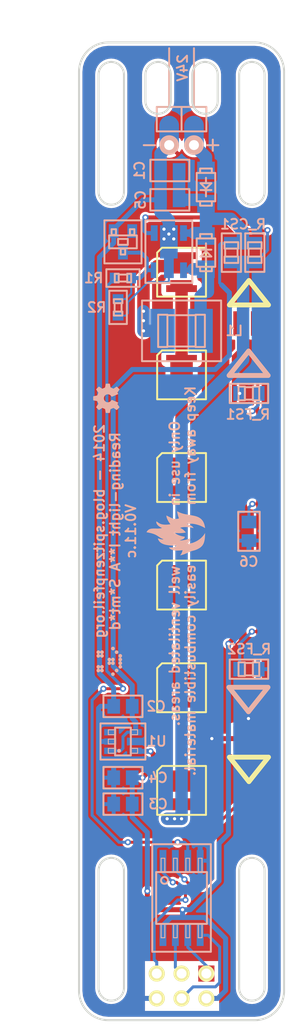
<source format=kicad_pcb>
(kicad_pcb (version 3) (host pcbnew "(2014-06-29 BZR 4957)-product")
  (title_block (title IKEA-Samtid_reading-light) (date "07 Jul 2014") (rev 0.11.c) (company "2014 - blog.spitzenpfeil.org"))
  (layers (15 Front signal) (0 Back signal) (18 B.Paste user) (19 F.Paste user) (20 B.SilkS user) (21 F.SilkS user) (22 B.Mask user) (23 F.Mask user) (28 Edge.Cuts user))
  (net 0 "")
  (net 1 GND)
  (net 2 /CSN)
  (net 3 /SW)
  (net 4 /DIM)
  (net 5 /RESET)
  (net 6 /MOSI)
  (net 7 /MISO)
  (net 8 /SCK)
  (net 9 +5V)
  (net 10 +24V)
  (net 11 "Net-(D6-Pad2)")
  (net 12 "Net-(D1-Pad2)")
  (net 13 "Net-(D2-Pad2)")
  (net 14 "Net-(D3-Pad2)")
  (net 15 "Net-(D4-Pad2)")
  (net 16 "Net-(D5-Pad2)")
  (net 17 /_dim)
  (net 18 /FSEN)
  (net 19 GNDPWR)
  (net 20 "Net-(DS1-Pad1)")
  (module my_parts:MADW__PIN_ARRAY_3x2_2.54mm (layer Front) (at 71 135)
    (fp_text reference JP1 hide)
    (fp_text value AVR_ISP hide)
    (pad 1 thru_hole circle (at 2.54 -1.27) (size 1.651 1.651) (drill 1.016) (layers *.Cu *.Mask F.SilkS) (net 7 /MISO))
    (pad 2 thru_hole circle (at 2.54 1.27) (size 1.651 1.651) (drill 1.016) (layers *.Cu *.Mask F.SilkS) (net 9 +5V))
    (pad 3 thru_hole circle (at 0 -1.27) (size 1.651 1.651) (drill 1.016) (layers *.Cu *.Mask F.SilkS) (net 8 /SCK))
    (pad 4 thru_hole circle (at 0 1.27) (size 1.651 1.651) (drill 1.016) (layers *.Cu *.Mask F.SilkS) (net 6 /MOSI))
    (pad 5 thru_hole circle (at -2.54 -1.27) (size 1.651 1.651) (drill 1.016) (layers *.Cu *.Mask F.SilkS) (net 5 /RESET))
    (pad 6 thru_hole circle (at -2.54 1.27) (size 1.651 1.651) (drill 1.016) (layers *.Cu *.Mask F.SilkS) (net 1 GND))
    (pad 1 smd rect (at 2.54 -1.27) (size 1.651 1.65) (layers Front F.Mask) (net 7 /MISO))
  )
  (module my_parts:MADW__edge-connector_SIL2_male (layer Back) (at 71 49 270)
    (fp_text reference P1 hide)
    (fp_text value CONN_2 hide)
    (pad 2 smd oval (at 0 -1.27 270) (size 4 2) (drill (offset -1 0)) (layers Back B.Mask) (net 20 "Net-(DS1-Pad1)") (clearance 0.5))
    (pad 1 smd oval (at 0 1.27 270) (size 4 2) (drill (offset -1 0)) (layers Back B.Mask) (net 19 GNDPWR) (clearance 0.5))
    (pad 1 thru_hole circle (at 0 1.27 270) (size 2 2) (drill 1.016) (layers *.Cu *.Mask B.SilkS) (net 19 GNDPWR))
    (pad 2 thru_hole circle (at 0 -1.27 270) (size 2 2) (drill 1.016) (layers *.Cu *.Mask B.SilkS) (net 20 "Net-(DS1-Pad1)"))
  )
  (module my_parts:MADW__SOT89-5 (layer Back) (at 69.7 59.9 180)
    (fp_text reference U2 hide)
    (fp_text value PT4115-SOT89-5 hide)
    (pad 1 smd rect (at -1.50114 -1.89992 180) (size 0.70104 1.6002) (layers Back B.Paste B.Mask) (net 3 /SW))
    (pad 2 smd rect (at 0 -1.6002 180) (size 1.00076 2.19964) (layers Back B.Paste B.Mask) (net 19 GNDPWR))
    (pad 3 smd rect (at 1.50114 -1.89992 180) (size 0.70104 1.6002) (layers Back B.Paste B.Mask) (net 17 /_dim))
    (pad 4 smd rect (at 1.50114 1.89992 180) (size 0.70104 1.6002) (layers Back B.Paste B.Mask) (net 2 /CSN))
    (pad 5 smd rect (at -1.50114 1.89992 180) (size 0.70104 1.6002) (layers Back B.Paste B.Mask) (net 10 +24V))
    (pad 2 smd rect (at 0 1.00076 180) (size 1.8 3.4) (layers Back B.Paste B.Mask) (net 19 GNDPWR))
  )
  (module my_parts:MADW__R0805 (layer Back) (at 76.099997 60.000002 270)
    (fp_text reference R_CS2 hide)
    (fp_text value 1R1 hide)
    (pad 1 smd rect (at -0.94996 0 270) (size 1.29794 1.4986) (layers Back B.Paste B.Mask) (net 10 +24V))
    (pad 2 smd rect (at 0.94996 0 270) (size 1.29794 1.4986) (layers Back B.Paste B.Mask) (net 2 /CSN))
  )
  (module my_parts:MADW__L4.8x3.3mm (layer Back) (at 71 68 180)
    (fp_text reference L1 (at -5.4 0 180) (layer B.SilkS) (effects (font (thickness 0.2)) (justify mirror)))
    (fp_text value 100µH hide)
    (pad 1 smd rect (at -1.94818 0 180) (size 2.49936 4.50088) (layers Back B.Paste B.Mask) (net 3 /SW))
    (pad 2 smd rect (at 1.94818 0 180) (size 2.49936 4.50088) (layers Back B.Paste B.Mask) (net 11 "Net-(D6-Pad2)"))
  )
  (module oshw-logo:OSHW-logo_silkscreen_3mm (layer Back) (at 63.3 74.9 90)
    (fp_text reference LOGO2 hide)
    (fp_text value OSHW-logo_silkscreen_3mm hide)
  )
  (module led-smile:LED_smile_silkscreen_3mm (layer Back) (at 63.6 101.8 90)
    (fp_text reference LOGO1 hide)
    (fp_text value LED_smile_silkscreen_3mm hide)
  )
  (module my_parts:MADW__Nichia-NT2x757DT (layer Front) (at 71 115 270)
    (fp_text reference D1 hide)
    (fp_text value LED hide)
    (pad 2 smd rect (at -0.63 0 270) (size 1.53 2.3) (layers Front F.Paste F.Mask) (net 12 "Net-(D1-Pad2)"))
    (pad 2 smd rect (at -1.69 0 270) (size 0.7 3.15) (layers Front F.Paste F.Mask) (net 12 "Net-(D1-Pad2)"))
    (pad 1 smd rect (at 1.1 0 270) (size 0.58 2.3) (layers Front F.Paste F.Mask) (net 2 /CSN))
    (pad 1 smd rect (at 1.68 0 270) (size 0.7 3.15) (layers Front F.Paste F.Mask) (net 2 /CSN))
  )
  (module my_parts:MADW__Nichia-NT2x757DT (layer Front) (at 71 104.5 270)
    (fp_text reference D2 hide)
    (fp_text value LED hide)
    (pad 2 smd rect (at -0.63 0 270) (size 1.53 2.3) (layers Front F.Paste F.Mask) (net 13 "Net-(D2-Pad2)"))
    (pad 2 smd rect (at -1.69 0 270) (size 0.7 3.15) (layers Front F.Paste F.Mask) (net 13 "Net-(D2-Pad2)"))
    (pad 1 smd rect (at 1.1 0 270) (size 0.58 2.3) (layers Front F.Paste F.Mask) (net 12 "Net-(D1-Pad2)"))
    (pad 1 smd rect (at 1.68 0 270) (size 0.7 3.15) (layers Front F.Paste F.Mask) (net 12 "Net-(D1-Pad2)"))
  )
  (module my_parts:MADW__Nichia-NT2x757DT (layer Front) (at 71 94 270)
    (fp_text reference D3 hide)
    (fp_text value LED hide)
    (pad 2 smd rect (at -0.63 0 270) (size 1.53 2.3) (layers Front F.Paste F.Mask) (net 14 "Net-(D3-Pad2)"))
    (pad 2 smd rect (at -1.69 0 270) (size 0.7 3.15) (layers Front F.Paste F.Mask) (net 14 "Net-(D3-Pad2)"))
    (pad 1 smd rect (at 1.1 0 270) (size 0.58 2.3) (layers Front F.Paste F.Mask) (net 13 "Net-(D2-Pad2)"))
    (pad 1 smd rect (at 1.68 0 270) (size 0.7 3.15) (layers Front F.Paste F.Mask) (net 13 "Net-(D2-Pad2)"))
  )
  (module my_parts:MADW__Nichia-NT2x757DT (layer Front) (at 71 83 270)
    (fp_text reference D4 hide)
    (fp_text value LED hide)
    (pad 2 smd rect (at -0.63 0 270) (size 1.53 2.3) (layers Front F.Paste F.Mask) (net 15 "Net-(D4-Pad2)"))
    (pad 2 smd rect (at -1.69 0 270) (size 0.7 3.15) (layers Front F.Paste F.Mask) (net 15 "Net-(D4-Pad2)"))
    (pad 1 smd rect (at 1.1 0 270) (size 0.58 2.3) (layers Front F.Paste F.Mask) (net 14 "Net-(D3-Pad2)"))
    (pad 1 smd rect (at 1.68 0 270) (size 0.7 3.15) (layers Front F.Paste F.Mask) (net 14 "Net-(D3-Pad2)"))
  )
  (module my_parts:MADW__Nichia-NT2x757DT (layer Front) (at 71 72.5 270)
    (fp_text reference D5 hide)
    (fp_text value LED hide)
    (pad 2 smd rect (at -0.63 0 270) (size 1.53 2.3) (layers Front F.Paste F.Mask) (net 16 "Net-(D5-Pad2)"))
    (pad 2 smd rect (at -1.69 0 270) (size 0.7 3.15) (layers Front F.Paste F.Mask) (net 16 "Net-(D5-Pad2)"))
    (pad 1 smd rect (at 1.1 0 270) (size 0.58 2.3) (layers Front F.Paste F.Mask) (net 15 "Net-(D4-Pad2)"))
    (pad 1 smd rect (at 1.68 0 270) (size 0.7 3.15) (layers Front F.Paste F.Mask) (net 15 "Net-(D4-Pad2)"))
  )
  (module my_parts:MADW__Nichia-NT2x757DT (layer Front) (at 71 62 270)
    (fp_text reference D6 hide)
    (fp_text value LED hide)
    (pad 2 smd rect (at -0.63 0 270) (size 1.53 2.3) (layers Front F.Paste F.Mask) (net 11 "Net-(D6-Pad2)"))
    (pad 2 smd rect (at -1.69 0 270) (size 0.7 3.15) (layers Front F.Paste F.Mask) (net 11 "Net-(D6-Pad2)"))
    (pad 1 smd rect (at 1.1 0 270) (size 0.58 2.3) (layers Front F.Paste F.Mask) (net 16 "Net-(D5-Pad2)"))
    (pad 1 smd rect (at 1.68 0 270) (size 0.7 3.15) (layers Front F.Paste F.Mask) (net 16 "Net-(D5-Pad2)"))
  )
  (module my_parts:MADW__C0805 (layer Back) (at 69.8 51.6 180)
    (fp_text reference C1 (at 3.099999 0 270) (layer B.SilkS) (effects (font (thickness 0.2)) (justify mirror)))
    (fp_text value 10µF hide)
    (pad 1 smd rect (at -0.94996 0 180) (size 1.29794 1.4986) (layers Back B.Paste B.Mask) (net 10 +24V))
    (pad 2 smd rect (at 0.94996 0 180) (size 1.29794 1.4986) (layers Back B.Paste B.Mask) (net 19 GNDPWR))
  )
  (module my_parts:MADW__C0805 (layer Back) (at 65 106.4 180)
    (fp_text reference C2 (at -3.4 0 180) (layer B.SilkS) (effects (font (thickness 0.2)) (justify mirror)))
    (fp_text value 100nF hide)
    (pad 1 smd rect (at -0.94996 0 180) (size 1.29794 1.4986) (layers Back B.Paste B.Mask) (net 10 +24V))
    (pad 2 smd rect (at 0.94996 0 180) (size 1.29794 1.4986) (layers Back B.Paste B.Mask) (net 19 GNDPWR))
  )
  (module my_parts:MADW__C0805 (layer Back) (at 65 116.4 180)
    (fp_text reference C3 (at -3.6 0 180) (layer B.SilkS) (effects (font (thickness 0.2)) (justify mirror)))
    (fp_text value 10µF hide)
    (pad 1 smd rect (at -0.94996 0 180) (size 1.29794 1.4986) (layers Back B.Paste B.Mask) (net 9 +5V))
    (pad 2 smd rect (at 0.94996 0 180) (size 1.29794 1.4986) (layers Back B.Paste B.Mask) (net 1 GND))
  )
  (module my_parts:MADW__C0805 (layer Back) (at 65 113.7 180)
    (fp_text reference C4 (at -3.6 0 360) (layer B.SilkS) (effects (font (thickness 0.2)) (justify mirror)))
    (fp_text value 100nF hide)
    (pad 1 smd rect (at -0.94996 0 180) (size 1.29794 1.4986) (layers Back B.Paste B.Mask) (net 9 +5V))
    (pad 2 smd rect (at 0.94996 0 180) (size 1.29794 1.4986) (layers Back B.Paste B.Mask) (net 1 GND))
  )
  (module my_parts:MADW__C0805 (layer Back) (at 69.8 54.6 180)
    (fp_text reference C5 (at 3.000002 0.000001 270) (layer B.SilkS) (effects (font (thickness 0.2)) (justify mirror)))
    (fp_text value 100nF hide)
    (pad 1 smd rect (at -0.94996 0 180) (size 1.29794 1.4986) (layers Back B.Paste B.Mask) (net 10 +24V))
    (pad 2 smd rect (at 0.94996 0 180) (size 1.29794 1.4986) (layers Back B.Paste B.Mask) (net 19 GNDPWR))
  )
  (module my_parts:MADW__diode_sub-SMA (layer Back) (at 73.5 60 90)
    (fp_text reference DS2 hide)
    (fp_text value "SS14L (40V, 1A)" hide)
    (pad 1 smd rect (at -1.7 0 90) (size 1.8 1.8) (layers Back B.Paste B.Mask) (net 3 /SW))
    (pad 2 smd rect (at 1.7 0 90) (size 1.8 1.8) (layers Back B.Paste B.Mask) (net 10 +24V))
  )
  (module my_parts:MADW__SOT23 (layer Back) (at 65 58.9)
    (fp_text reference DZ1 hide)
    (fp_text value BZX84C_5V1 hide)
    (pad 1 smd rect (at -0.95 -1.1) (size 1 1.4) (layers Back B.Paste B.Mask) (net 19 GNDPWR))
    (pad 2 smd rect (at 0.95 -1.1) (size 1 1.4) (layers Back B.Paste B.Mask))
    (pad 3 smd rect (at 0 1.1) (size 1 1.4) (layers Back B.Paste B.Mask) (net 17 /_dim))
  )
  (module my_parts:MADW__SO8_200mil_wide (layer Back) (at 71 126)
    (fp_text reference IC1 hide)
    (fp_text value ATTINY25-S hide)
    (pad 1 smd rect (at -1.905 -3.81) (size 0.7 2.2) (layers Back B.Paste B.Mask) (net 5 /RESET))
    (pad 2 smd rect (at -0.635 -3.81) (size 0.7 2.2) (layers Back B.Paste B.Mask) (net 18 /FSEN))
    (pad 3 smd rect (at 0.635 -3.81) (size 0.7 2.2) (layers Back B.Paste B.Mask) (net 4 /DIM))
    (pad 4 smd rect (at 1.905 -3.81) (size 0.7 2.2) (layers Back B.Paste B.Mask) (net 1 GND))
    (pad 5 smd rect (at 1.905 3.81) (size 0.7 2.2) (layers Back B.Paste B.Mask) (net 6 /MOSI))
    (pad 6 smd rect (at 0.635 3.81) (size 0.7 2.2) (layers Back B.Paste B.Mask) (net 7 /MISO))
    (pad 7 smd rect (at -0.635 3.81) (size 0.7 2.2) (layers Back B.Paste B.Mask) (net 8 /SCK))
    (pad 8 smd rect (at -1.905 3.81) (size 0.7 2.2) (layers Back B.Paste B.Mask) (net 9 +5V))
  )
  (module my_parts:MADW__R0603_2 (layer Back) (at 65 62.6)
    (fp_text reference R1 (at -3 0) (layer B.SilkS) (effects (font (thickness 0.2)) (justify mirror)))
    (fp_text value 1k hide)
    (pad 1 smd rect (at -0.84836 0) (size 0.99822 1.09982) (layers Back B.Paste B.Mask) (net 4 /DIM))
    (pad 2 smd rect (at 0.84836 0) (size 0.99822 1.09982) (layers Back B.Paste B.Mask) (net 17 /_dim))
  )
  (module my_parts:MADW__R0805 (layer Back) (at 77.9 74.4)
    (fp_text reference R_FS1 (at -0.1 2.15) (layer B.SilkS) (effects (font (thickness 0.2)) (justify mirror)))
    (fp_text value 4.7M hide)
    (pad 1 smd rect (at -0.94996 0) (size 1.29794 1.4986) (layers Back B.Paste B.Mask) (net 9 +5V))
    (pad 2 smd rect (at 0.94996 0) (size 1.29794 1.4986) (layers Back B.Paste B.Mask) (net 18 /FSEN))
  )
  (module my_parts:MADW__R0805 (layer Back) (at 77.9 102.6)
    (fp_text reference R_FS2 (at 0 -2.05) (layer B.SilkS) (effects (font (thickness 0.2)) (justify mirror)))
    (fp_text value 4.7M hide)
    (pad 1 smd rect (at -0.94996 0) (size 1.29794 1.4986) (layers Back B.Paste B.Mask) (net 18 /FSEN))
    (pad 2 smd rect (at 0.94996 0) (size 1.29794 1.4986) (layers Back B.Paste B.Mask) (net 1 GND))
  )
  (module my_parts:MADW__R0805 (layer Back) (at 78.500002 59.999999 270)
    (fp_text reference R_CS1 (at -2.899999 1.200002 360) (layer B.SilkS) (effects (font (thickness 0.2)) (justify mirror)))
    (fp_text value 1R1 hide)
    (pad 1 smd rect (at -0.94996 0 270) (size 1.29794 1.4986) (layers Back B.Paste B.Mask) (net 10 +24V))
    (pad 2 smd rect (at 0.94996 0 270) (size 1.29794 1.4986) (layers Back B.Paste B.Mask) (net 2 /CSN))
  )
  (module my_parts:MADW__SMD_2-pin_square_3.2x2.5mm (layer Front) (at 77.9 109.7)
    (fp_text reference FSEN2 hide)
    (fp_text value CONN_2 hide)
    (pad 2 smd rect (at -0.9 0) (size 1.4 2.5) (layers Front F.Paste F.Mask) (net 1 GND))
    (pad 1 smd rect (at 0.9 0) (size 1.4 2.5) (layers Front F.Paste F.Mask) (net 18 /FSEN))
  )
  (module my_parts:MADW__SMD_2-pin_square_3.2x2.5mm (layer Front) (at 77.9 67.25 180)
    (fp_text reference FSEN1 hide)
    (fp_text value CONN_2 hide)
    (pad 2 smd rect (at -0.9 0 180) (size 1.4 2.5) (layers Front F.Paste F.Mask) (net 18 /FSEN))
    (pad 1 smd rect (at 0.9 0 180) (size 1.4 2.5) (layers Front F.Paste F.Mask) (net 9 +5V))
  )
  (module my_parts:MADW__SMD-net-noin-0.5mm (layer Back) (at 63.3 106.4 180)
    (fp_text reference NJ1 hide)
    (fp_text value "NET JOIN" hide)
    (fp_line (start -0.381 -0.127) (end 0.381 -0.127) (layer Back) (width 0.25))
    (fp_line (start -0.381 0.127) (end 0.381 0.127) (layer Back) (width 0.25))
    (fp_line (start -0.381 0) (end 0.381 0) (layer Back) (width 0.25))
    (pad 1 smd rect (at -0.381 0 180) (size 0.5 0.5) (layers Back) (net 19 GNDPWR))
    (pad 2 smd rect (at 0.381 0 180) (size 0.5 0.5) (layers Back) (net 1 GND))
  )
  (module my_parts:MADW__diode_sub-SMA (layer Back) (at 73.500001 53.3 270)
    (fp_text reference DS1 hide)
    (fp_text value "SS14L (40V, 1A)" hide)
    (pad 1 smd rect (at -1.7 0 270) (size 1.8 1.8) (layers Back B.Paste B.Mask) (net 20 "Net-(DS1-Pad1)"))
    (pad 2 smd rect (at 1.7 0 270) (size 1.8 1.8) (layers Back B.Paste B.Mask) (net 10 +24V))
  )
  (module my_parts:MADW__C0805 (layer Back) (at 77.9 88.5 270)
    (fp_text reference C6 (at 3.1 0.02 360) (layer B.SilkS) (effects (font (thickness 0.2)) (justify mirror)))
    (fp_text value 22nF hide)
    (pad 1 smd rect (at -0.94996 0 270) (size 1.29794 1.4986) (layers Back B.Paste B.Mask) (net 18 /FSEN))
    (pad 2 smd rect (at 0.94996 0 270) (size 1.29794 1.4986) (layers Back B.Paste B.Mask) (net 1 GND))
  )
  (module my_parts:MADW__SOT23-5 (layer Back) (at 65 110 90)
    (fp_text reference U1 (at 0.018 3.453 180) (layer B.SilkS) (effects (font (thickness 0.2)) (justify mirror)))
    (fp_text value MCP1804-SOT23-5 hide)
    (pad 1 smd rect (at -0.95 -1.3 90) (size 0.65 1.25) (layers Back B.Paste B.Mask) (net 10 +24V))
    (pad 2 smd rect (at 0 -1.3 90) (size 0.65 1.25) (layers Back B.Paste B.Mask) (net 1 GND))
    (pad 3 smd rect (at 0.95 -1.3 90) (size 0.65 1.25) (layers Back B.Paste B.Mask))
    (pad 4 smd rect (at 0.95 1.3 90) (size 0.65 1.25) (layers Back B.Paste B.Mask) (net 10 +24V))
    (pad 5 smd rect (at -0.95 1.3 90) (size 0.65 1.25) (layers Back B.Paste B.Mask) (net 9 +5V))
  )
  (module fire:fire_silkscreen-back_6mm (layer Back) (at 70.4 88.7 90)
    (fp_text reference LOGO3 hide)
    (fp_text value fire_silkscreen-back_6mm hide)
  )
  (module my_parts:MADW__R0603_2 (layer Back) (at 64.5 65.6 270)
    (fp_text reference R2 (at 0 2.2 540) (layer B.SilkS) (effects (font (thickness 0.2)) (justify mirror)))
    (fp_text value 10k hide)
    (pad 1 smd rect (at -0.84836 0 270) (size 0.99822 1.09982) (layers Back B.Paste B.Mask) (net 17 /_dim))
    (pad 2 smd rect (at 0.84836 0 270) (size 0.99822 1.09982) (layers Back B.Paste B.Mask) (net 19 GNDPWR))
  )
  (gr_line (start 77.867534 70.063044) (end 79.867533 72.563044) (layer B.SilkS) (width 0.5))
  (gr_line (start 75.867532 72.563044) (end 77.867534 70.063044) (layer B.SilkS) (width 0.5))
  (gr_line (start 79.867533 72.563044) (end 75.867532 72.563044) (layer B.SilkS) (width 0.5))
  (gr_line (start 77.85042 106.953083) (end 79.850422 104.453082) (layer B.SilkS) (width 0.5))
  (gr_line (start 75.850423 104.453082) (end 77.85042 106.953083) (layer B.SilkS) (width 0.5))
  (gr_line (start 79.850422 104.453082) (end 75.850423 104.453082) (layer B.SilkS) (width 0.5))
  (gr_text "Only use in        well ventilated areas. \n Keep away from        easily combustible material." (at 71.1 93.2 90) (layer B.SilkS) (effects (font (size 1 1) (thickness 0.2)) (justify mirror)))
  (gr_line (start 75.9 65.35) (end 79.9 65.35) (layer F.SilkS) (width 0.5))
  (gr_arc (start 68.6 41.8) (end 67.3 41.8) (angle 180) (layer Edge.Cuts) (width 0.2))
  (gr_line (start 67.3 44.5) (end 67.3 41.8) (layer Edge.Cuts) (width 0.2))
  (gr_line (start 69.9 44.5) (end 69.9 41.8) (layer Edge.Cuts) (width 0.2))
  (gr_arc (start 68.6 44.5) (end 69.9 44.5) (angle 180) (layer Edge.Cuts) (width 0.2))
  (gr_arc (start 73.4 41.8) (end 72.1 41.8) (angle 180) (layer Edge.Cuts) (width 0.2))
  (gr_line (start 74.7 44.5) (end 74.7 41.8) (layer Edge.Cuts) (width 0.2))
  (gr_line (start 72.1 44.5) (end 72.1 41.8) (layer Edge.Cuts) (width 0.2))
  (gr_arc (start 73.4 44.5) (end 74.7 44.5) (angle 180) (layer Edge.Cuts) (width 0.2))
  (gr_line (start 77.9 62.85) (end 75.9 65.35) (angle 90) (layer F.SilkS) (width 0.5))
  (gr_line (start 77.9 62.85) (end 79.9 65.35) (angle 90) (layer F.SilkS) (width 0.5))
  (gr_line (start 77.9 114.1) (end 79.9 111.6) (layer F.SilkS) (width 0.5))
  (gr_line (start 77.9 114.1) (end 75.9 111.6) (layer F.SilkS) (width 0.5))
  (gr_line (start 79.9 111.6) (end 75.9 111.6) (layer F.SilkS) (width 0.5))
  (gr_line (start 79.5 46.458549) (end 79.5 41.8) (layer Edge.Cuts) (width 0.2))
  (gr_text - (at 67.7 48.9) (layer B.SilkS) (effects (font (size 1.5 1.5) (thickness 0.2))))
  (gr_text + (at 74.2 48.9) (layer B.SilkS) (effects (font (size 1.5 1.5) (thickness 0.2))))
  (gr_text 24V (at 71.1 41.1 90) (layer B.SilkS) (effects (font (size 1 1) (thickness 0.2)) (justify mirror)))
  (gr_line (start 79.5 135.2) (end 79.5 123.196251) (layer Edge.Cuts) (width 0.2))
  (gr_line (start 76.9 123.199584) (end 76.9 135.2) (layer Edge.Cuts) (width 0.2))
  (gr_arc (start 78.2 135.2) (end 79.5 135.2) (angle 180) (layer Edge.Cuts) (width 0.2))
  (gr_arc (start 78.2 123.2) (end 76.9 123.2) (angle 180) (layer Edge.Cuts) (width 0.2))
  (gr_arc (start 63.8 123.2) (end 62.5 123.2) (angle 180) (layer Edge.Cuts) (width 0.2))
  (gr_arc (start 63.8 135.2) (end 65.1 135.2) (angle 180) (layer Edge.Cuts) (width 0.2))
  (gr_line (start 79.5 53.800681) (end 79.5 46.458549) (layer Edge.Cuts) (width 0.2))
  (gr_line (start 76.9 41.8) (end 76.9 53.801666) (layer Edge.Cuts) (width 0.2))
  (gr_line (start 65.1 53.800416) (end 65.1 41.8) (layer Edge.Cuts) (width 0.2))
  (gr_line (start 62.5 41.8) (end 62.5 53.801666) (layer Edge.Cuts) (width 0.2))
  (gr_arc (start 78.2 41.8) (end 76.9 41.8) (angle 180) (layer Edge.Cuts) (width 0.2))
  (gr_arc (start 78.2 53.8) (end 79.5 53.8) (angle 180) (layer Edge.Cuts) (width 0.2))
  (gr_arc (start 63.8 53.8) (end 65.1 53.8) (angle 180) (layer Edge.Cuts) (width 0.2))
  (gr_arc (start 63.8 41.8) (end 62.5 41.8) (angle 180) (layer Edge.Cuts) (width 0.2))
  (gr_text "2014 - blog.spitzenpfeil.org\nReading-light I**A S*mt*d\nV0.11.c" (at 64.2 88.5 90) (layer B.SilkS) (effects (font (size 1 1) (thickness 0.2)) (justify mirror)))
  (gr_line (start 62.5 123.198334) (end 62.5 135.2) (layer Edge.Cuts) (width 0.2))
  (gr_line (start 65.1 135.2) (end 65.1 123.199584) (layer Edge.Cuts) (width 0.2))
  (gr_arc (start 78.5 135.5) (end 81.5 135.5) (angle 90) (layer Edge.Cuts) (width 0.2))
  (gr_arc (start 63.5 135.5) (end 63.5 138.5) (angle 90) (layer Edge.Cuts) (width 0.2))
  (gr_arc (start 78.5 41.5) (end 78.5 38.5) (angle 90) (layer Edge.Cuts) (width 0.2))
  (gr_arc (start 63.5 41.5) (end 60.5 41.5) (angle 90) (layer Edge.Cuts) (width 0.2))
  (gr_line (start 78.5 38.5) (end 63.5 38.5) (layer Edge.Cuts) (width 0.2))
  (gr_line (start 81.5 135.5) (end 81.5 41.5) (layer Edge.Cuts) (width 0.2))
  (gr_line (start 63.5 138.5) (end 78.5 138.5) (layer Edge.Cuts) (width 0.2))
  (gr_line (start 60.5 41.5) (end 60.5 135.5) (layer Edge.Cuts) (width 0.2))
  (segment (start 77.292 107.65) (end 77.85 107.65) (width 0.508) (layer Front) (net 1))
  (segment (start 77 107.942) (end 77.292 107.65) (width 0.508) (layer Front) (net 1))
  (segment (start 77 109.7) (end 77 107.942) (width 0.508) (layer Front) (net 1))
  (segment (start 78.84996 106.65004) (end 77.85 107.65) (width 0.508) (layer Back) (net 1))
  (segment (start 78.84996 102.6) (end 78.84996 106.65004) (width 0.508) (layer Back) (net 1))
  (via (at 77.85 107.65) (size 0.635) (drill 0.3302) (layers Front Back) (net 1))
  (segment (start 77 109.7) (end 74.1 109.7) (width 0.508) (layer Front) (net 1))
  (via (at 74.1 109.7) (size 0.635) (layers Front Back) (net 1))
  (segment (start 68.46 136.27) (end 66.97 136.27) (width 0.508) (layer Back) (net 1))
  (segment (start 66.7 129.137882) (end 70.637882 125.2) (width 0.508) (layer Back) (net 1))
  (segment (start 66.97 136.27) (end 66.7 136) (width 0.508) (layer Back) (net 1))
  (segment (start 70.637882 125.2) (end 71.503 125.2) (width 0.508) (layer Back) (net 1))
  (segment (start 72.905 123.798) (end 72.905 122.19) (width 0.508) (layer Back) (net 1))
  (segment (start 66.7 136) (end 66.7 129.137882) (width 0.508) (layer Back) (net 1))
  (segment (start 71.503 125.2) (end 72.905 123.798) (width 0.508) (layer Back) (net 1))
  (segment (start 64.05004 112.4427) (end 67.6427 112.4427) (width 0.508) (layer Back) (net 1))
  (segment (start 68 112.8) (end 68 118.7) (width 0.508) (layer Back) (net 1))
  (segment (start 68.6 119.3) (end 71.623 119.3) (width 0.508) (layer Back) (net 1))
  (segment (start 67.6427 112.4427) (end 68 112.8) (width 0.508) (layer Back) (net 1))
  (segment (start 68 118.7) (end 68.6 119.3) (width 0.508) (layer Back) (net 1))
  (segment (start 71.623 119.3) (end 72.905 120.582) (width 0.508) (layer Back) (net 1))
  (segment (start 72.905 120.582) (end 72.905 122.19) (width 0.508) (layer Back) (net 1))
  (segment (start 64.05004 113.7) (end 64.05004 116.4) (width 0.508) (layer Back) (net 1))
  (segment (start 62.7 110) (end 63.7 110) (width 0.508) (layer Back) (net 1))
  (segment (start 62.5 109.819) (end 62.681 110) (width 0.508) (layer Back) (net 1))
  (segment (start 62.681 110) (end 62.7 110) (width 0.508) (layer Back) (net 1))
  (segment (start 62.5 106.6) (end 62.5 109.819) (width 0.508) (layer Back) (net 1))
  (segment (start 62.7 106.4) (end 62.5 106.6) (width 0.508) (layer Back) (net 1))
  (segment (start 62.919 106.4) (end 62.7 106.4) (width 0.508) (layer Back) (net 1))
  (segment (start 64.05004 113.7) (end 64.05004 112.4427) (width 0.508) (layer Back) (net 1))
  (segment (start 63.419738 112.4427) (end 64.05004 112.4427) (width 0.508) (layer Back) (net 1))
  (segment (start 62.5 111.522962) (end 63.419738 112.4427) (width 0.508) (layer Back) (net 1))
  (segment (start 62.5 110.2) (end 62.5 111.522962) (width 0.508) (layer Back) (net 1))
  (segment (start 62.7 110) (end 62.5 110.2) (width 0.508) (layer Back) (net 1))
  (segment (start 74.9 109.7) (end 74.1 109.7) (width 0.508) (layer Back) (net 1))
  (segment (start 74.9 118.587) (end 74.9 109.7) (width 0.508) (layer Back) (net 1))
  (segment (start 72.905 120.582) (end 74.9 118.587) (width 0.508) (layer Back) (net 1))
  (segment (start 77.9 96.3) (end 77.9 89.44996) (width 0.508) (layer Back) (net 1))
  (segment (start 74.9 99.3) (end 77.9 96.3) (width 0.508) (layer Back) (net 1))
  (segment (start 74.9 118.587) (end 74.9 99.3) (width 0.508) (layer Back) (net 1))
  (segment (start 67.3 56.4) (end 75.5 56.4) (width 0.4064) (layer Front) (net 2))
  (segment (start 75.5 56.4) (end 76.8 57.7) (width 0.4064) (layer Front) (net 2))
  (segment (start 76.8 57.7) (end 79.8 57.7) (width 0.4064) (layer Front) (net 2))
  (segment (start 79.8 59.750291) (end 79.8 57.7) (width 0.3048) (layer Back) (net 2))
  (segment (start 78.600332 60.949959) (end 79.8 59.750291) (width 0.3048) (layer Back) (net 2))
  (segment (start 78.500002 60.949959) (end 78.600332 60.949959) (width 0.3048) (layer Back) (net 2))
  (via (at 79.8 57.7) (size 0.635) (layers Front Back) (net 2))
  (segment (start 71 117.9) (end 71 77.244618) (width 1.27) (layer Back) (net 2))
  (segment (start 71 77.244618) (end 77.299906 70.944712) (width 1.27) (layer Back) (net 2))
  (segment (start 77.299906 70.944712) (end 77.299906 60.949962) (width 1.27) (layer Back) (net 2))
  (via (at 67.3 56.4) (size 0.635) (layers Front Back) (net 2))
  (segment (start 67.3 56.4) (end 67.2 56.5) (width 0.4064) (layer Back) (net 2))
  (segment (start 67.2 56.5) (end 67.2 57.8) (width 0.4064) (layer Back) (net 2))
  (segment (start 67.2 57.8) (end 67.40008 58.00008) (width 0.4064) (layer Back) (net 2))
  (segment (start 68.19886 58.00008) (end 67.40008 58.00008) (width 0.4064) (layer Back) (net 2))
  (segment (start 76.099997 60.949962) (end 77.299906 60.949962) (width 1.27) (layer Back) (net 2))
  (segment (start 77.299906 60.949962) (end 78.499999 60.949962) (width 1.27) (layer Back) (net 2))
  (segment (start 78.499999 60.949962) (end 78.500002 60.949959) (width 1.27) (layer Back) (net 2))
  (segment (start 71 117.9) (end 69.522638 117.9) (width 1.27) (layer Front) (net 2))
  (segment (start 70.283818 117.9) (end 69.522638 117.9) (width 1.27) (layer Back) (net 2))
  (via (at 69.522638 117.9) (size 0.635) (drill 0) (layers Front Back) (net 2))
  (via (at 70.283818 117.9) (size 0.635) (drill 0) (layers Front Back) (net 2))
  (segment (start 71 117.9) (end 70.283818 117.9) (width 1.27) (layer Back) (net 2))
  (via (at 71 117.9) (size 0.635) (drill 0) (layers Front Back) (net 2))
  (segment (start 71 116.68) (end 71 117.9) (width 1.27) (layer Front) (net 2))
  (segment (start 71 116.68) (end 71 116.1) (width 0.508) (layer Front) (net 2))
  (segment (start 73.7 64) (end 73.42774 64) (width 1.27) (layer Back) (net 3))
  (segment (start 73.42774 64) (end 72.94818 64.47956) (width 1.27) (layer Back) (net 3))
  (segment (start 72.94818 64.47956) (end 72.94818 68) (width 1.27) (layer Back) (net 3))
  (segment (start 73.7 61.7) (end 73.7 64) (width 1.27) (layer Back) (net 3))
  (segment (start 73.7 61.7) (end 72.2 61.7) (width 1.27) (layer Back) (net 3))
  (segment (start 72.10008 61.79992) (end 71.20114 61.79992) (width 0.508) (layer Back) (net 3))
  (segment (start 72.2 61.7) (end 72.10008 61.79992) (width 0.508) (layer Back) (net 3))
  (segment (start 65 104.6) (end 65 104.44764) (width 0.3048) (layer Back) (net 4))
  (segment (start 65 104.44764) (end 63.34773 102.79537) (width 0.3048) (layer Back) (net 4))
  (segment (start 63.34773 102.79537) (end 63.34773 63.45471) (width 0.3048) (layer Back) (net 4))
  (segment (start 64.15164 62.6) (end 64.15164 62.6508) (width 0.3048) (layer Back) (net 4))
  (segment (start 64.15164 62.6508) (end 63.34773 63.45471) (width 0.3048) (layer Back) (net 4))
  (via (at 65 104.6) (size 0.635) (layers Front Back) (net 4))
  (via (at 63 104.6) (size 0.635) (layers Front Back) (net 4))
  (segment (start 63 104.6) (end 65 104.6) (width 0.3048) (layer Front) (net 4))
  (segment (start 63 104.6) (end 61.83959 105.76041) (width 0.3048) (layer Back) (net 4))
  (via (at 65.5 120.3) (size 0.635) (layers Front Back) (net 4))
  (segment (start 70.6 120.3) (end 65.5 120.3) (width 0.3048) (layer Front) (net 4))
  (segment (start 70.6 120.3) (end 71.3 120.3) (width 0.3048) (layer Back) (net 4))
  (segment (start 71.3 120.3) (end 71.635 120.635) (width 0.3048) (layer Back) (net 4))
  (via (at 70.6 120.3) (size 0.635) (layers Front Back) (net 4))
  (segment (start 71.635 120.635) (end 71.635 122.19) (width 0.3048) (layer Back) (net 4))
  (segment (start 64.6 120.3) (end 65.5 120.3) (width 0.3048) (layer Back) (net 4))
  (segment (start 61.83959 117.53959) (end 64.6 120.3) (width 0.3048) (layer Back) (net 4))
  (segment (start 61.83959 105.76041) (end 61.83959 117.53959) (width 0.3048) (layer Back) (net 4))
  (segment (start 71.4 126.2) (end 71.4 125.3) (width 0.3048) (layer Front) (net 5))
  (segment (start 70.5 124.4) (end 70.1 124.4) (width 0.3048) (layer Front) (net 5))
  (segment (start 71.4 125.3) (end 70.5 124.4) (width 0.3048) (layer Front) (net 5))
  (segment (start 68.46 133.73) (end 68.46 132.562567) (width 0.3048) (layer Back) (net 5))
  (segment (start 68.46 132.562567) (end 68.2 132.302567) (width 0.3048) (layer Back) (net 5))
  (segment (start 68.2 132.302567) (end 68.2 128.614918) (width 0.3048) (layer Back) (net 5))
  (segment (start 68.2 128.614918) (end 70.614918 126.2) (width 0.3048) (layer Back) (net 5))
  (segment (start 70.614918 126.2) (end 71.4 126.2) (width 0.3048) (layer Back) (net 5))
  (segment (start 70.1 124.4) (end 69.095 123.395) (width 0.3048) (layer Back) (net 5))
  (segment (start 69.095 123.395) (end 69.095 122.19) (width 0.3048) (layer Back) (net 5))
  (via (at 70.1 124.4) (size 0.635) (layers Front Back) (net 5))
  (via (at 71.4 126.2) (size 0.635) (layers Front Back) (net 5))
  (segment (start 72.905 129.81) (end 73.71 129.81) (width 0.3048) (layer Back) (net 6))
  (segment (start 73.71 129.81) (end 74.9 131) (width 0.3048) (layer Back) (net 6))
  (segment (start 74.9 131) (end 74.9 134.661082) (width 0.3048) (layer Back) (net 6))
  (segment (start 74.9 134.661082) (end 74.472183 135.088899) (width 0.3048) (layer Back) (net 6))
  (segment (start 74.472183 135.088899) (end 72.181101 135.088899) (width 0.3048) (layer Back) (net 6))
  (segment (start 72.181101 135.088899) (end 71 136.27) (width 0.3048) (layer Back) (net 6))
  (segment (start 71.635 129.81) (end 71.635 131.035) (width 0.3048) (layer Back) (net 7))
  (segment (start 71.635 131.035) (end 73.54 132.94) (width 0.3048) (layer Back) (net 7))
  (segment (start 73.54 132.94) (end 73.54 133.73) (width 0.3048) (layer Back) (net 7))
  (segment (start 70.365 129.81) (end 70.365 133.095) (width 0.3048) (layer Back) (net 8))
  (segment (start 70.365 133.095) (end 71 133.73) (width 0.3048) (layer Back) (net 8))
  (segment (start 76.4 99.4) (end 76.4 76.126963) (width 0.508) (layer Front) (net 9))
  (segment (start 75.8 100) (end 76.4 99.4) (width 0.508) (layer Front) (net 9))
  (segment (start 76.4 70.65) (end 77 70.05) (width 0.508) (layer Front) (net 9))
  (segment (start 77 70.05) (end 77 67.25) (width 0.508) (layer Front) (net 9))
  (segment (start 67.5 125.3) (end 67.5 126.3) (width 0.508) (layer Front) (net 9))
  (segment (start 69.902038 128) (end 71.124155 128) (width 0.508) (layer Back) (net 9))
  (segment (start 71.124155 128) (end 73.367962 128) (width 0.508) (layer Back) (net 9))
  (segment (start 71.1 127.975845) (end 71.124155 128) (width 0.508) (layer Back) (net 9))
  (segment (start 65.94996 117.74996) (end 67.5 119.3) (width 0.508) (layer Back) (net 9))
  (segment (start 67.5 119.3) (end 67.5 125.3) (width 0.508) (layer Back) (net 9))
  (via (at 67.5 125.3) (size 0.635) (layers Front Back) (net 9))
  (segment (start 65.94996 116.4) (end 65.94996 117.74996) (width 0.508) (layer Back) (net 9))
  (segment (start 69.095 129.81) (end 69.095 128.807038) (width 0.508) (layer Back) (net 9))
  (segment (start 69.095 128.807038) (end 69.902038 128) (width 0.508) (layer Back) (net 9))
  (segment (start 73.367962 128) (end 75.509609 130.141647) (width 0.508) (layer Back) (net 9))
  (segment (start 75.509609 130.141647) (end 75.509609 135.467824) (width 0.508) (layer Back) (net 9))
  (segment (start 74.707433 136.27) (end 73.54 136.27) (width 0.508) (layer Back) (net 9))
  (segment (start 75.509609 135.467824) (end 74.707433 136.27) (width 0.508) (layer Back) (net 9))
  (segment (start 65.94996 113.7) (end 65.94996 116.4) (width 0.508) (layer Back) (net 9))
  (via (at 67 113.7) (size 0.635) (layers Front Back) (net 9))
  (segment (start 67 113.7) (end 68.1 112.6) (width 0.508) (layer Front) (net 9))
  (segment (start 65.94996 113.7) (end 67 113.7) (width 0.508) (layer Back) (net 9))
  (via (at 67.818 110.998) (size 0.635) (layers Front Back) (net 9))
  (segment (start 68.1 111.28) (end 67.818 110.998) (width 0.508) (layer Front) (net 9))
  (segment (start 68.1 112.6) (end 68.1 111.28) (width 0.508) (layer Front) (net 9))
  (segment (start 66.348 110.998) (end 66.3 110.95) (width 0.508) (layer Back) (net 9))
  (segment (start 67.818 110.998) (end 66.348 110.998) (width 0.508) (layer Back) (net 9))
  (segment (start 71.1 127.2) (end 71.9 127.2) (width 0.508) (layer Back) (net 9))
  (segment (start 67.5 126.3) (end 68.4 127.2) (width 0.508) (layer Front) (net 9))
  (segment (start 68.4 127.2) (end 71.1 127.2) (width 0.508) (layer Front) (net 9))
  (segment (start 71.1 127.2) (end 71.1 127.975845) (width 0.508) (layer Back) (net 9))
  (via (at 71.1 127.2) (size 0.635) (layers Front Back) (net 9))
  (via (at 75.8 100) (size 0.635) (layers Front Back) (net 9))
  (segment (start 71.9 127.2) (end 74.840456 124.259544) (width 0.508) (layer Back) (net 9))
  (segment (start 75.8 119.455906) (end 75.8 100) (width 0.508) (layer Back) (net 9))
  (segment (start 74.840456 124.259544) (end 74.840456 120.41545) (width 0.508) (layer Back) (net 9))
  (segment (start 74.840456 120.41545) (end 75.8 119.455906) (width 0.508) (layer Back) (net 9))
  (via (at 76.95004 74.4) (size 0.635) (drill 0.3302) (layers Front Back) (net 9))
  (segment (start 76.919459 74.430581) (end 76.95004 74.4) (width 0.508) (layer Front) (net 9))
  (segment (start 76.4 74.430581) (end 76.919459 74.430581) (width 0.508) (layer Front) (net 9))
  (segment (start 76.4 76.126963) (end 76.4 74.430581) (width 0.508) (layer Front) (net 9))
  (segment (start 76.4 74.430581) (end 76.4 70.65) (width 0.508) (layer Front) (net 9))
  (segment (start 76.041641 56.541641) (end 77.285241 57.785241) (width 1.27) (layer Back) (net 10))
  (segment (start 77.285241 57.785241) (end 77.285241 59.050042) (width 1.27) (layer Back) (net 10))
  (segment (start 73.500001 56.541641) (end 73.500001 58.299999) (width 1.27) (layer Back) (net 10))
  (segment (start 73.500001 55) (end 73.500001 56.541641) (width 1.27) (layer Back) (net 10))
  (segment (start 73.500001 56.541641) (end 76.041641 56.541641) (width 1.27) (layer Back) (net 10))
  (segment (start 75.1 63.3) (end 74.9 63.1) (width 0.3048) (layer Back) (net 10))
  (segment (start 74.9 63.1) (end 74.9 59.195939) (width 0.3048) (layer Back) (net 10))
  (segment (start 74.9 59.195939) (end 75.045897 59.050042) (width 0.3048) (layer Back) (net 10))
  (segment (start 75.045897 59.050042) (end 76.099997 59.050042) (width 0.3048) (layer Back) (net 10))
  (segment (start 76.099997 59.050042) (end 77.285241 59.050042) (width 1.27) (layer Back) (net 10))
  (segment (start 77.285241 59.050042) (end 78.499999 59.050042) (width 1.27) (layer Back) (net 10))
  (segment (start 65.94996 106.4) (end 65.94996 104.25004) (width 0.508) (layer Back) (net 10))
  (segment (start 65.94996 104.25004) (end 64 102.30008) (width 0.508) (layer Back) (net 10))
  (segment (start 75.9 70.5) (end 75.9 64.1) (width 0.508) (layer Back) (net 10))
  (segment (start 64 102.30008) (end 64 73.9) (width 0.508) (layer Back) (net 10))
  (segment (start 64 73.9) (end 65.947813 71.952187) (width 0.508) (layer Back) (net 10))
  (segment (start 65.947813 71.952187) (end 74.447813 71.952187) (width 0.508) (layer Back) (net 10))
  (segment (start 74.447813 71.952187) (end 75.9 70.5) (width 0.508) (layer Back) (net 10))
  (segment (start 75.9 64.1) (end 75.1 63.3) (width 0.508) (layer Back) (net 10))
  (segment (start 78.499999 59.050042) (end 78.500002 59.050039) (width 1.27) (layer Back) (net 10))
  (segment (start 72.3 58) (end 73.4 58) (width 1.27) (layer Back) (net 10))
  (segment (start 73.4 58) (end 73.7 58.3) (width 1.27) (layer Back) (net 10))
  (segment (start 71.75494 58) (end 72.3 58) (width 0.762) (layer Back) (net 10))
  (segment (start 71.20114 58.00008) (end 71.75486 58.00008) (width 0.762) (layer Back) (net 10))
  (segment (start 71.75486 58.00008) (end 71.75494 58) (width 0.762) (layer Back) (net 10))
  (segment (start 65.45 109.05) (end 65 109.5) (width 0.3048) (layer Back) (net 10))
  (segment (start 65 109.5) (end 65 110.7) (width 0.3048) (layer Back) (net 10))
  (segment (start 65 110.7) (end 64.75 110.95) (width 0.3048) (layer Back) (net 10))
  (segment (start 64.75 110.95) (end 63.7 110.95) (width 0.3048) (layer Back) (net 10))
  (segment (start 66.3 109.05) (end 65.45 109.05) (width 0.3048) (layer Back) (net 10))
  (segment (start 66.3 108) (end 66.3 109.05) (width 0.508) (layer Back) (net 10))
  (segment (start 65.94996 107.64996) (end 66.3 108) (width 0.508) (layer Back) (net 10))
  (segment (start 65.94996 106.4) (end 65.94996 107.64996) (width 0.508) (layer Back) (net 10))
  (segment (start 70.74996 51.6) (end 70.74996 54.6) (width 1.27) (layer Back) (net 10))
  (segment (start 73.500001 58.299999) (end 73.5 58.3) (width 1.27) (layer Back) (net 10))
  (segment (start 73.100001 54.6) (end 70.74996 54.6) (width 1.27) (layer Back) (net 10))
  (segment (start 73.500001 55) (end 73.100001 54.6) (width 1.27) (layer Back) (net 10))
  (segment (start 67.1 62.8) (end 68.53 61.37) (width 1.27) (layer Front) (net 11))
  (segment (start 68.53 61.37) (end 71 61.37) (width 1.27) (layer Front) (net 11))
  (segment (start 69.05182 68) (end 67.1 68) (width 1.27) (layer Back) (net 11))
  (via (at 67.1 68) (size 0.635) (drill 0) (layers Front Back) (net 11))
  (via (at 67.1 66.962655) (size 0.635) (drill 0) (layers Front Back) (net 11))
  (via (at 67.1 65.991105) (size 0.635) (drill 0) (layers Front Back) (net 11))
  (segment (start 67.1 65.991105) (end 67.1 62.8) (width 1.27) (layer Front) (net 11))
  (segment (start 67.1 68) (end 67.1 65.991105) (width 1.27) (layer Front) (net 11))
  (segment (start 67.1 65.991105) (end 67.1 66.962655) (width 1.27) (layer Back) (net 11))
  (segment (start 67.1 68) (end 67.1 66.962655) (width 1.27) (layer Back) (net 11))
  (segment (start 71 61.37) (end 71 60.31) (width 0.508) (layer Front) (net 11))
  (segment (start 71 113.31) (end 71 106.18) (width 1.27) (layer Front) (net 12))
  (segment (start 71 114.37) (end 71 113.31) (width 0.508) (layer Front) (net 12))
  (segment (start 71 105.6) (end 71 106.18) (width 0.508) (layer Front) (net 12))
  (segment (start 71 103.87) (end 71 95.68) (width 1.27) (layer Front) (net 13))
  (segment (start 71 103.87) (end 71 102.81) (width 0.508) (layer Front) (net 13))
  (segment (start 71 95.1) (end 71 95.68) (width 0.508) (layer Front) (net 13))
  (segment (start 71 93.37) (end 71 84.68) (width 1.27) (layer Front) (net 14))
  (segment (start 71 93.37) (end 71 92.31) (width 0.508) (layer Front) (net 14))
  (segment (start 71 84.1) (end 71 84.68) (width 0.508) (layer Front) (net 14))
  (segment (start 71 82.37) (end 71 74.18) (width 1.27) (layer Front) (net 15))
  (segment (start 71 82.37) (end 71 81.31) (width 0.508) (layer Front) (net 15))
  (segment (start 71 73.6) (end 71 74.18) (width 0.508) (layer Front) (net 15))
  (segment (start 71 71.87) (end 71 63.68) (width 1.27) (layer Front) (net 16))
  (segment (start 71 71.87) (end 71 70.81) (width 0.508) (layer Front) (net 16))
  (segment (start 71 63.1) (end 71 63.68) (width 0.508) (layer Front) (net 16))
  (segment (start 64.5 64.75164) (end 65.25311 64.75164) (width 0.2032) (layer Back) (net 17))
  (segment (start 65.25311 64.75164) (end 65.84836 64.15639) (width 0.2032) (layer Back) (net 17))
  (segment (start 65.84836 64.15639) (end 65.84836 62.6) (width 0.2032) (layer Back) (net 17))
  (segment (start 65.84836 62.6) (end 66.75387 62.6) (width 0.4064) (layer Back) (net 17))
  (segment (start 66.75387 62.6) (end 67.3 62.05387) (width 0.4064) (layer Back) (net 17))
  (segment (start 67.44194 61.79992) (end 68.19886 61.79992) (width 0.4064) (layer Back) (net 17))
  (segment (start 67.3 61.94186) (end 67.44194 61.79992) (width 0.4064) (layer Back) (net 17))
  (segment (start 67.3 62.05387) (end 67.3 61.94186) (width 0.4064) (layer Back) (net 17))
  (segment (start 66.84852 60) (end 67.44194 60.59342) (width 0.4064) (layer Back) (net 17))
  (segment (start 65 60) (end 66.84852 60) (width 0.4064) (layer Back) (net 17))
  (segment (start 67.44194 60.59342) (end 67.44194 61.79992) (width 0.4064) (layer Back) (net 17))
  (segment (start 78.8 98.742325) (end 78.8 109.15) (width 0.3048) (layer Front) (net 18))
  (segment (start 78.8 109.15) (end 78.8 109.7) (width 0.3048) (layer Front) (net 18))
  (segment (start 76.95004 99.99996) (end 78.2 98.75) (width 0.3048) (layer Back) (net 18))
  (segment (start 78.792325 98.75) (end 78.2 98.75) (width 0.3048) (layer Front) (net 18))
  (segment (start 76.95004 102.6) (end 76.95004 99.99996) (width 0.3048) (layer Back) (net 18))
  (segment (start 78.8 98.742325) (end 78.792325 98.75) (width 0.3048) (layer Front) (net 18))
  (via (at 78.2 98.75) (size 0.635) (drill 0.3302) (layers Front Back) (net 18))
  (segment (start 78.84996 75.60004) (end 78.25 76.2) (width 0.3048) (layer Back) (net 18))
  (segment (start 78.84996 74.4) (end 78.84996 75.60004) (width 0.3048) (layer Back) (net 18))
  (segment (start 78.799852 76.2) (end 78.25 76.2) (width 0.3048) (layer Front) (net 18))
  (segment (start 78.8 76.200148) (end 78.799852 76.2) (width 0.3048) (layer Front) (net 18))
  (via (at 78.25 76.2) (size 0.635) (drill 0.3302) (layers Front Back) (net 18))
  (segment (start 78.8 85.703738) (end 78.796262 85.7) (width 0.3048) (layer Front) (net 18))
  (segment (start 77.9 86.05) (end 78.25 85.7) (width 0.3048) (layer Back) (net 18))
  (segment (start 78.796262 85.7) (end 78.25 85.7) (width 0.3048) (layer Front) (net 18))
  (segment (start 77.9 87.55004) (end 77.9 86.05) (width 0.3048) (layer Back) (net 18))
  (via (at 78.25 85.7) (size 0.635) (drill 0.3302) (layers Front Back) (net 18))
  (segment (start 78.8 76.200148) (end 78.8 67.25) (width 0.3048) (layer Front) (net 18))
  (segment (start 78.8 98.742325) (end 78.8 85.703738) (width 0.3048) (layer Front) (net 18))
  (segment (start 78.09996 87.55004) (end 78.1 87.55) (width 0.3048) (layer Back) (net 18))
  (segment (start 71.3 124.1) (end 72.2 125) (width 0.3048) (layer Front) (net 18))
  (segment (start 72.2 125) (end 73.2 125) (width 0.3048) (layer Front) (net 18))
  (segment (start 73.2 125) (end 74.2 124) (width 0.3048) (layer Front) (net 18))
  (segment (start 74.2 124) (end 74.2 118.961754) (width 0.3048) (layer Front) (net 18))
  (segment (start 74.2 118.961754) (end 78.8 114.361754) (width 0.3048) (layer Front) (net 18))
  (segment (start 78.8 114.361754) (end 78.8 109.7) (width 0.3048) (layer Front) (net 18))
  (segment (start 70.365 122.19) (end 70.365 123.165) (width 0.3048) (layer Back) (net 18))
  (segment (start 70.365 123.165) (end 71.3 124.1) (width 0.3048) (layer Back) (net 18))
  (via (at 71.3 124.1) (size 0.635) (layers Front Back) (net 18))
  (segment (start 70.365 122.19) (end 70.365 123.065) (width 0.3048) (layer Back) (net 18))
  (segment (start 78.8 85.703738) (end 78.8 76.200148) (width 0.3048) (layer Front) (net 18))
  (segment (start 64.5 66.44836) (end 65.25311 66.44836) (width 0.2032) (layer Back) (net 19))
  (segment (start 65.25311 66.44836) (end 65.5 66.20147) (width 0.2032) (layer Back) (net 19))
  (segment (start 65.5 65.0795) (end 67.5795 63) (width 0.2032) (layer Back) (net 19))
  (segment (start 67.5795 63) (end 69.6 63) (width 0.2032) (layer Back) (net 19))
  (segment (start 65.5 66.20147) (end 65.5 65.0795) (width 0.2032) (layer Back) (net 19))
  (segment (start 69.6 63) (end 69.7 62.9) (width 0.2032) (layer Back) (net 19))
  (segment (start 69.7 62.9) (end 69.7 61.5002) (width 0.2032) (layer Back) (net 19))
  (segment (start 64.05 57.8) (end 64.05 57.6) (width 0.508) (layer Back) (net 19))
  (segment (start 64.05 57.6) (end 67.05 54.6) (width 0.508) (layer Back) (net 19))
  (segment (start 67.05 54.6) (end 68.85004 54.6) (width 0.508) (layer Back) (net 19))
  (segment (start 64.05 57.8) (end 64.05 59.008) (width 0.508) (layer Back) (net 19))
  (segment (start 64.05 59.008) (end 62.6 60.458) (width 0.508) (layer Back) (net 19))
  (segment (start 62.6 60.458) (end 62.6 103.053442) (width 0.508) (layer Back) (net 19))
  (segment (start 62.6 103.053442) (end 64.05004 104.503482) (width 0.508) (layer Back) (net 19))
  (segment (start 64.05004 104.503482) (end 64.05004 106.4) (width 0.508) (layer Back) (net 19))
  (segment (start 69.7 58.89924) (end 69.7 61.5002) (width 0.3048) (layer Back) (net 19))
  (via (at 69.2 57.6) (size 0.635) (layers Front Back) (net 19))
  (via (at 70.2 57.6) (size 0.635) (layers Front Back) (net 19))
  (via (at 69.7 58.1) (size 0.635) (layers Front Back) (net 19))
  (segment (start 69.7 58.89924) (end 69.7 58.1) (width 0.2032) (layer Back) (net 19))
  (segment (start 69.2 57.6) (end 69.7 58.1) (width 0.2032) (layer Back) (net 19))
  (via (at 69.2 58.6) (size 0.635) (layers Front Back) (net 19))
  (via (at 70.2 58.6) (size 0.635) (layers Front Back) (net 19))
  (segment (start 68.85004 49.87996) (end 68.85004 51.6) (width 1.27) (layer Back) (net 19))
  (segment (start 69.73 49) (end 68.85004 49.87996) (width 1.27) (layer Back) (net 19))
  (segment (start 68.85004 51.6) (end 68.85004 54.6) (width 1.27) (layer Back) (net 19))
  (segment (start 69.7 57.650988) (end 69.7 58.1) (width 1.27) (layer Back) (net 19))
  (segment (start 69.7 56.70726) (end 69.7 57.650988) (width 1.27) (layer Back) (net 19))
  (segment (start 68.85004 55.8573) (end 69.7 56.70726) (width 1.27) (layer Back) (net 19))
  (segment (start 68.85004 54.6) (end 68.85004 55.8573) (width 1.27) (layer Back) (net 19))
  (segment (start 72.27 49) (end 73.5 50.23) (width 1.27) (layer Back) (net 20))
  (segment (start 73.5 51.599999) (end 73.500001 51.6) (width 1.27) (layer Back) (net 20))
  (segment (start 73.5 50.23) (end 73.5 51.599999) (width 1.27) (layer Back) (net 20))
  (zone (net 19) (net_name GNDPWR) (layer Front) (connect_pads (clearance 0.25)) (min_thickness 0.2) (fill yes (arc_segments 32) (thermal_gap 0.3) (thermal_bridge_width 0.4))
    (polygon (pts (xy 60.1 38.1) (xy 81.9 38.1) (xy 81.9 138.9) (xy 60.1 138.9)))
  )
  (zone (net 1) (net_name GND) (layer Back) (connect_pads (clearance 0.25)) (min_thickness 0.2) (fill yes (arc_segments 32) (thermal_gap 0.3) (thermal_bridge_width 0.4))
    (polygon (pts (xy 60.1 38.1) (xy 81.9 38.1) (xy 81.9 138.9) (xy 60.1 138.9)))
  )
  (zone (net 0) (net_name "") (layer Front) (connect_pads (clearance 0.25)) (min_thickness 0.254)
    (keepout (tracks allowed) (vias allowed) (copperpour not_allowed))
    (fill yes (arc_segments 16) (thermal_gap 0.508) (thermal_bridge_width 0.508))
    (polygon (pts (xy 67.4 132.6) (xy 74.7 132.6) (xy 74.7 137.4) (xy 67.4 137.4)))
  )
  (zone (net 0) (net_name "") (layer Back) (connect_pads (clearance 0.25)) (min_thickness 0.254)
    (keepout (tracks allowed) (vias allowed) (copperpour not_allowed))
    (fill yes (arc_segments 16) (thermal_gap 0.508) (thermal_bridge_width 0.508))
    (polygon (pts (xy 67.4 132.6) (xy 74.7 132.6) (xy 74.7 137.4) (xy 67.4 137.4)))
  )
)
</source>
